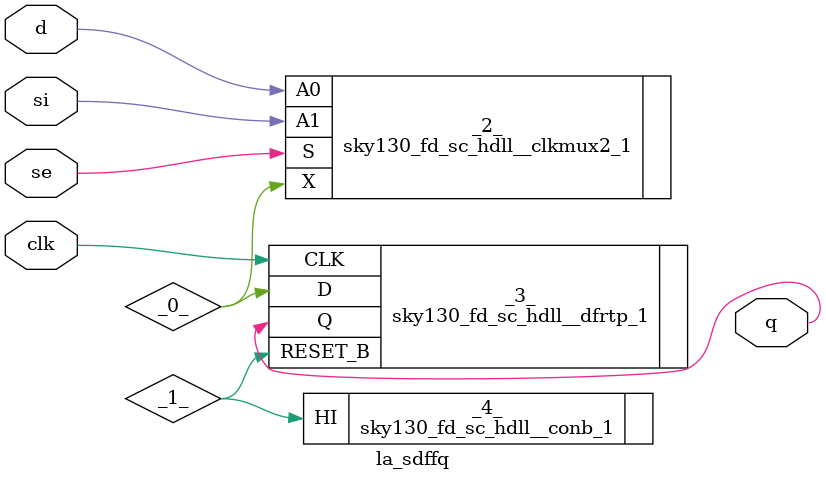
<source format=v>

/* Generated by Yosys 0.38+92 (git sha1 84116c9a3, x86_64-conda-linux-gnu-cc 11.2.0 -fvisibility-inlines-hidden -fmessage-length=0 -march=nocona -mtune=haswell -ftree-vectorize -fPIC -fstack-protector-strong -fno-plt -O2 -ffunction-sections -fdebug-prefix-map=/root/conda-eda/conda-eda/workdir/conda-env/conda-bld/yosys_1708682838165/work=/usr/local/src/conda/yosys-0.38_93_g84116c9a3 -fdebug-prefix-map=/user/projekt_pia/miniconda3/envs/sc=/usr/local/src/conda-prefix -fPIC -Os -fno-merge-constants) */

module la_sdffq(d, si, se, clk, q);
  wire _0_;
  wire _1_;
  input clk;
  wire clk;
  input d;
  wire d;
  output q;
  wire q;
  input se;
  wire se;
  input si;
  wire si;
  sky130_fd_sc_hdll__clkmux2_1 _2_ (
    .A0(d),
    .A1(si),
    .S(se),
    .X(_0_)
  );
  sky130_fd_sc_hdll__dfrtp_1 _3_ (
    .CLK(clk),
    .D(_0_),
    .Q(q),
    .RESET_B(_1_)
  );
  sky130_fd_sc_hdll__conb_1 _4_ (
    .HI(_1_)
  );
endmodule

</source>
